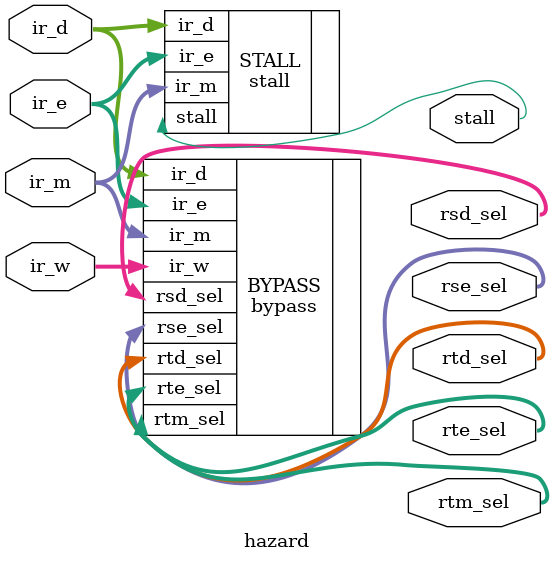
<source format=v>
`timescale 1ns / 1ps
module hazard(
	input [31:0] ir_d,
	input [31:0] ir_e,
	input [31:0] ir_m,
	input [31:0] ir_w,
	output stall,
	output [2:0] rsd_sel,
	output [2:0] rtd_sel,
	output [2:0] rse_sel,
	output [2:0] rte_sel,
	output [2:0] rtm_sel
    );
	
	stall STALL (
    .ir_d(ir_d), 
    .ir_e(ir_e), 
    .ir_m(ir_m), 
    .stall(stall)
    );
	 
	bypass BYPASS (
    .ir_d(ir_d), 
    .ir_e(ir_e), 
    .ir_m(ir_m), 
    .ir_w(ir_w), 
    .rsd_sel(rsd_sel), 
    .rtd_sel(rtd_sel), 
    .rse_sel(rse_sel), 
    .rte_sel(rte_sel), 
    .rtm_sel(rtm_sel)
    );


endmodule

</source>
